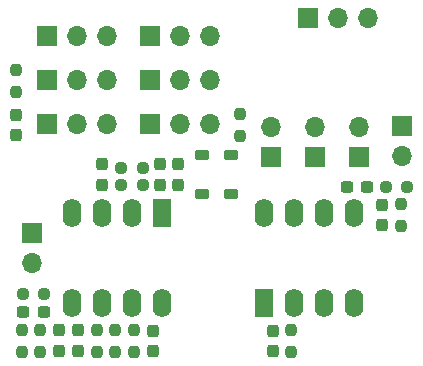
<source format=gbr>
%TF.GenerationSoftware,KiCad,Pcbnew,8.0.6*%
%TF.CreationDate,2025-01-05T16:10:26-06:00*%
%TF.ProjectId,wien + distortion,7769656e-202b-4206-9469-73746f727469,rev?*%
%TF.SameCoordinates,Original*%
%TF.FileFunction,Soldermask,Top*%
%TF.FilePolarity,Negative*%
%FSLAX46Y46*%
G04 Gerber Fmt 4.6, Leading zero omitted, Abs format (unit mm)*
G04 Created by KiCad (PCBNEW 8.0.6) date 2025-01-05 16:10:26*
%MOMM*%
%LPD*%
G01*
G04 APERTURE LIST*
G04 Aperture macros list*
%AMRoundRect*
0 Rectangle with rounded corners*
0 $1 Rounding radius*
0 $2 $3 $4 $5 $6 $7 $8 $9 X,Y pos of 4 corners*
0 Add a 4 corners polygon primitive as box body*
4,1,4,$2,$3,$4,$5,$6,$7,$8,$9,$2,$3,0*
0 Add four circle primitives for the rounded corners*
1,1,$1+$1,$2,$3*
1,1,$1+$1,$4,$5*
1,1,$1+$1,$6,$7*
1,1,$1+$1,$8,$9*
0 Add four rect primitives between the rounded corners*
20,1,$1+$1,$2,$3,$4,$5,0*
20,1,$1+$1,$4,$5,$6,$7,0*
20,1,$1+$1,$6,$7,$8,$9,0*
20,1,$1+$1,$8,$9,$2,$3,0*%
G04 Aperture macros list end*
%ADD10RoundRect,0.225000X-0.375000X0.225000X-0.375000X-0.225000X0.375000X-0.225000X0.375000X0.225000X0*%
%ADD11R,1.700000X1.700000*%
%ADD12O,1.700000X1.700000*%
%ADD13RoundRect,0.237500X0.237500X-0.250000X0.237500X0.250000X-0.237500X0.250000X-0.237500X-0.250000X0*%
%ADD14RoundRect,0.237500X-0.237500X0.300000X-0.237500X-0.300000X0.237500X-0.300000X0.237500X0.300000X0*%
%ADD15RoundRect,0.237500X0.300000X0.237500X-0.300000X0.237500X-0.300000X-0.237500X0.300000X-0.237500X0*%
%ADD16RoundRect,0.237500X0.237500X-0.287500X0.237500X0.287500X-0.237500X0.287500X-0.237500X-0.287500X0*%
%ADD17RoundRect,0.237500X-0.300000X-0.237500X0.300000X-0.237500X0.300000X0.237500X-0.300000X0.237500X0*%
%ADD18RoundRect,0.237500X-0.237500X0.250000X-0.237500X-0.250000X0.237500X-0.250000X0.237500X0.250000X0*%
%ADD19RoundRect,0.237500X-0.250000X-0.237500X0.250000X-0.237500X0.250000X0.237500X-0.250000X0.237500X0*%
%ADD20RoundRect,0.237500X0.250000X0.237500X-0.250000X0.237500X-0.250000X-0.237500X0.250000X-0.237500X0*%
%ADD21R,1.600000X2.400000*%
%ADD22O,1.600000X2.400000*%
%ADD23RoundRect,0.237500X0.237500X-0.300000X0.237500X0.300000X-0.237500X0.300000X-0.237500X-0.300000X0*%
%ADD24RoundRect,0.237500X-0.237500X0.287500X-0.237500X-0.287500X0.237500X-0.287500X0.237500X0.287500X0*%
%ADD25RoundRect,0.225000X0.375000X-0.225000X0.375000X0.225000X-0.375000X0.225000X-0.375000X-0.225000X0*%
G04 APERTURE END LIST*
D10*
%TO.C,D1*%
X74400000Y-89030000D03*
X74400000Y-92330000D03*
%TD*%
D11*
%TO.C,J2*%
X80280000Y-89195000D03*
D12*
X80280000Y-86655000D03*
%TD*%
D13*
%TO.C,R1*%
X58655000Y-83725000D03*
X58655000Y-81900000D03*
%TD*%
D14*
%TO.C,C9*%
X89680000Y-93277500D03*
X89680000Y-95002500D03*
%TD*%
D15*
%TO.C,C7*%
X61012500Y-102315000D03*
X59287500Y-102315000D03*
%TD*%
D16*
%TO.C,D3*%
X62300000Y-105617500D03*
X62300000Y-103867500D03*
%TD*%
D11*
%TO.C,RV2*%
X61275000Y-79000000D03*
D12*
X63815000Y-79000000D03*
X66355000Y-79000000D03*
%TD*%
D17*
%TO.C,C6*%
X86667500Y-91760000D03*
X88392500Y-91760000D03*
%TD*%
D11*
%TO.C,RV5*%
X70015000Y-79000000D03*
D12*
X72555000Y-79000000D03*
X75095000Y-79000000D03*
%TD*%
D18*
%TO.C,R7*%
X67100000Y-103875000D03*
X67100000Y-105700000D03*
%TD*%
D19*
%TO.C,R3*%
X67587500Y-90160000D03*
X69412500Y-90160000D03*
%TD*%
D18*
%TO.C,R11*%
X91260000Y-93227500D03*
X91260000Y-95052500D03*
%TD*%
D13*
%TO.C,R5*%
X60734285Y-105700000D03*
X60734285Y-103875000D03*
%TD*%
%TO.C,R8*%
X77655000Y-87412500D03*
X77655000Y-85587500D03*
%TD*%
D20*
%TO.C,R2*%
X69412500Y-91620000D03*
X67587500Y-91620000D03*
%TD*%
D11*
%TO.C,GND*%
X83420000Y-77500000D03*
D12*
X85960000Y-77500000D03*
X88500000Y-77500000D03*
%TD*%
D11*
%TO.C,BT1*%
X91350000Y-86645000D03*
D12*
X91350000Y-89185000D03*
%TD*%
D18*
%TO.C,R12*%
X68700000Y-103875000D03*
X68700000Y-105700000D03*
%TD*%
D11*
%TO.C,RV1*%
X61275000Y-82700000D03*
D12*
X63815000Y-82700000D03*
X66355000Y-82700000D03*
%TD*%
D11*
%TO.C,J1*%
X60000000Y-95660000D03*
D12*
X60000000Y-98200000D03*
%TD*%
D18*
%TO.C,R6*%
X59200000Y-103875000D03*
X59200000Y-105700000D03*
%TD*%
D14*
%TO.C,C5*%
X70300000Y-103925000D03*
X70300000Y-105650000D03*
%TD*%
D21*
%TO.C,U1*%
X71040000Y-93945000D03*
D22*
X68500000Y-93945000D03*
X65960000Y-93945000D03*
X63420000Y-93945000D03*
X63420000Y-101565000D03*
X65960000Y-101565000D03*
X68500000Y-101565000D03*
X71040000Y-101565000D03*
%TD*%
D19*
%TO.C,R10*%
X59237500Y-100807500D03*
X61062500Y-100807500D03*
%TD*%
D18*
%TO.C,R13*%
X82000000Y-103875000D03*
X82000000Y-105700000D03*
%TD*%
D11*
%TO.C,DualPot1*%
X70030000Y-82700000D03*
D12*
X72570000Y-82700000D03*
X75110000Y-82700000D03*
%TD*%
D21*
%TO.C,U2*%
X79700000Y-101595000D03*
D22*
X82240000Y-101595000D03*
X84780000Y-101595000D03*
X87320000Y-101595000D03*
X87320000Y-93975000D03*
X84780000Y-93975000D03*
X82240000Y-93975000D03*
X79700000Y-93975000D03*
%TD*%
D23*
%TO.C,C4*%
X72400000Y-91562500D03*
X72400000Y-89837500D03*
%TD*%
D14*
%TO.C,C8*%
X80450000Y-103925000D03*
X80450000Y-105650000D03*
%TD*%
D11*
%TO.C,J5*%
X83980000Y-89195000D03*
D12*
X83980000Y-86655000D03*
%TD*%
D19*
%TO.C,R9*%
X89977500Y-91740000D03*
X91802500Y-91740000D03*
%TD*%
D24*
%TO.C,D4*%
X63900000Y-103912500D03*
X63900000Y-105662500D03*
%TD*%
D14*
%TO.C,C1*%
X66000000Y-89837500D03*
X66000000Y-91562500D03*
%TD*%
D11*
%TO.C,RV4*%
X70015000Y-86400000D03*
D12*
X72555000Y-86400000D03*
X75095000Y-86400000D03*
%TD*%
D13*
%TO.C,R4*%
X65500000Y-105700000D03*
X65500000Y-103875000D03*
%TD*%
D11*
%TO.C,RV3*%
X61275000Y-86400000D03*
D12*
X63815000Y-86400000D03*
X66355000Y-86400000D03*
%TD*%
D14*
%TO.C,C3*%
X70900000Y-89837500D03*
X70900000Y-91562500D03*
%TD*%
D11*
%TO.C,J4*%
X87680000Y-89195000D03*
D12*
X87680000Y-86655000D03*
%TD*%
D23*
%TO.C,C2*%
X58655000Y-87400000D03*
X58655000Y-85675000D03*
%TD*%
D25*
%TO.C,D2*%
X76900000Y-92327500D03*
X76900000Y-89027500D03*
%TD*%
M02*

</source>
